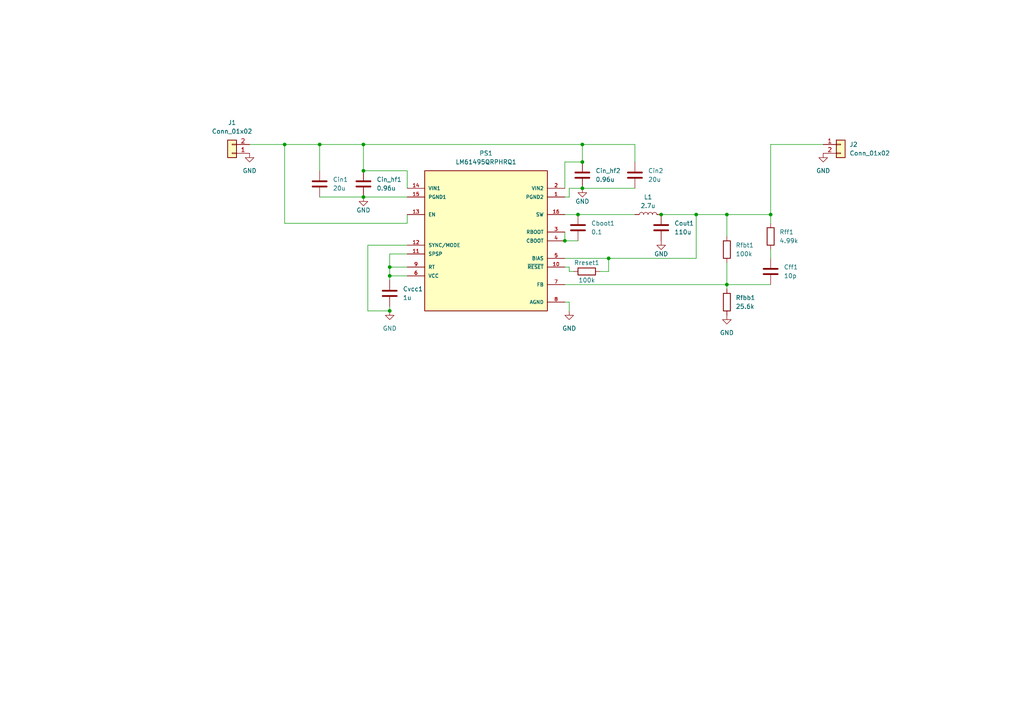
<source format=kicad_sch>
(kicad_sch (version 20230121) (generator eeschema)
  (paper "A4")
  (lib_symbols
    (symbol "Connector_Generic:Conn_01x02" (pin_names (offset 1.016) hide)
      (property "Reference" "J" (at 0 2.54 0))
      (property "Value" "Conn_01x02" (at 0 -5.08 0))
      (symbol "Conn_01x02_1_1"
        (rectangle (start -1.27 -2.413) (end 0 -2.667) (stroke (width 0.1524)))
        (rectangle (start -1.27 0.127) (end 0 -0.127) (stroke (width 0.1524)))
        (rectangle (start -1.27 1.27) (end 1.27 -3.81) (stroke (width 0.254)) (fill (type background)))
        (pin passive line (at -5.08 0 0) (length 3.81) (name "Pin_1") (number "1"))
        (pin passive line (at -5.08 -2.54 0) (length 3.81) (name "Pin_2") (number "2"))
      )
    )
    (symbol "Device:C" (pin_numbers hide) (pin_names (offset 0.254))
      (property "Reference" "C" (at 0.635 2.54 0))
      (property "Value" "C" (at 0.635 -2.54 0))
      (symbol "C_0_1"
        (polyline (pts (xy -2.032 -0.762) (xy 2.032 -0.762)) (stroke (width 0.508)))
        (polyline (pts (xy -2.032 0.762) (xy 2.032 0.762)) (stroke (width 0.508)))
      )
      (symbol "C_1_1"
        (pin passive line (at 0 3.81 270) (length 2.794) (name "~") (number "1"))
        (pin passive line (at 0 -3.81 90) (length 2.794) (name "~") (number "2"))
      )
    )
    (symbol "Device:L" (pin_numbers hide) (pin_names (offset 1.016) hide)
      (property "Reference" "L" (at -1.27 0 90))
      (property "Value" "L" (at 1.905 0 90))
      (symbol "L_0_1"
        (arc (start 0 -2.54) (mid 0.6323 -1.905) (end 0 -1.27))
        (arc (start 0 -1.27) (mid 0.6323 -0.635) (end 0 0))
        (arc (start 0 0) (mid 0.6323 0.635) (end 0 1.27))
        (arc (start 0 1.27) (mid 0.6323 1.905) (end 0 2.54))
      )
      (symbol "L_1_1"
        (pin passive line (at 0 3.81 270) (length 1.27) (name "1") (number "1"))
        (pin passive line (at 0 -3.81 90) (length 1.27) (name "2") (number "2"))
      )
    )
    (symbol "Device:R" (pin_numbers hide) (pin_names (offset 0))
      (property "Reference" "R" (at 2.032 0 90))
      (property "Value" "R" (at 0 0 90))
      (symbol "R_0_1"
        (rectangle (start -1.016 -2.54) (end 1.016 2.54) (stroke (width 0.254)))
      )
      (symbol "R_1_1"
        (pin passive line (at 0 3.81 270) (length 1.27) (name "~") (number "1"))
        (pin passive line (at 0 -3.81 90) (length 1.27) (name "~") (number "2"))
      )
    )
    (symbol "LM61495QRPHRQ1:LM61495QRPHRQ1" (pin_names (offset 1.016))
      (property "Reference" "PS1" (at 0 25.4 0))
      (property "Value" "LM61495QRPHRQ1" (at 0 22.86 0))
      (symbol "LM61495QRPHRQ1_0_0"
        (rectangle (start -17.78 20.32) (end 17.78 -20.32) (stroke (width 0.254)) (fill (type background)))
        (pin power_in line (at 22.86 12.7 180) (length 5.08) (name "PGND2") (number "1"))
        (pin output line (at 22.86 -7.62 180) (length 5.08) (name "~{RESET}") (number "10"))
        (pin input line (at -22.86 -3.81 0) (length 5.08) (name "SPSP") (number "11"))
        (pin input line (at -22.86 -1.27 0) (length 5.08) (name "SYNC/MODE") (number "12"))
        (pin input line (at -22.86 7.62 0) (length 5.08) (name "EN") (number "13"))
        (pin power_in line (at -22.86 15.24 0) (length 5.08) (name "VIN1") (number "14"))
        (pin power_in line (at -22.86 12.7 0) (length 5.08) (name "PGND1") (number "15"))
        (pin passive line (at 22.86 7.62 180) (length 5.08) (name "SW") (number "16"))
        (pin power_in line (at 22.86 15.24 180) (length 5.08) (name "VIN2") (number "2"))
        (pin passive line (at 22.86 2.54 180) (length 5.08) (name "RBOOT") (number "3"))
        (pin passive line (at 22.86 0 180) (length 5.08) (name "CBOOT") (number "4"))
        (pin passive line (at 22.86 -5.08 180) (length 5.08) (name "BIAS") (number "5"))
        (pin power_in line (at -22.86 -10.16 0) (length 5.08) (name "VCC") (number "6"))
        (pin input line (at 22.86 -12.7 180) (length 5.08) (name "FB") (number "7"))
        (pin power_in line (at 22.86 -17.78 180) (length 5.08) (name "AGND") (number "8"))
        (pin bidirectional line (at -22.86 -7.62 0) (length 5.08) (name "RT") (number "9"))
      )
    )
    (symbol "power:GND" (power) (pin_names (offset 0))
      (property "Value" "GND" (at 0 -3.81 0))
      (symbol "GND_0_1"
        (polyline (pts (xy 0 0) (xy 0 -1.27) (xy 1.27 -1.27) (xy 0 -2.54) (xy -1.27 -1.27) (xy 0 -1.27)))
      )
      (symbol "GND_1_1"
        (pin power_in line (at 0 0 270) (length 0) hide (name "GND") (number "1"))
      )
    )
  )
  (junction (at 210.82 62.23))
  (junction (at 105.41 57.15))
  (junction (at 168.91 41.91))
  (junction (at 113.03 90.17))
  (junction (at 113.03 80.01))
  (junction (at 82.55 41.91))
  (junction (at 191.77 62.23))
  (junction (at 210.82 82.55))
  (junction (at 168.91 54.61))
  (junction (at 105.41 41.91))
  (junction (at 176.53 74.93))
  (junction (at 168.91 46.99))
  (junction (at 223.52 62.23))
  (junction (at 113.03 77.47))
  (junction (at 201.93 62.23))
  (junction (at 105.41 49.53))
  (junction (at 167.64 62.23))
  (junction (at 92.71 41.91))
  (junction (at 163.83 69.85))
  (wire (pts (xy 113.03 77.47) (xy 113.03 80.01)))
  (wire (pts (xy 223.52 62.23) (xy 210.82 62.23)))
  (wire (pts (xy 105.41 57.15) (xy 118.11 57.15)))
  (wire (pts (xy 210.82 83.82) (xy 210.82 82.55)))
  (wire (pts (xy 168.91 54.61) (xy 184.15 54.61)))
  (wire (pts (xy 163.83 74.93) (xy 176.53 74.93)))
  (wire (pts (xy 223.52 72.39) (xy 223.52 74.93)))
  (wire (pts (xy 165.1 78.74) (xy 165.1 77.47)))
  (wire (pts (xy 113.03 80.01) (xy 118.11 80.01)))
  (wire (pts (xy 210.82 68.58) (xy 210.82 62.23)))
  (wire (pts (xy 165.1 57.15) (xy 163.83 57.15)))
  (wire (pts (xy 223.52 64.77) (xy 223.52 62.23)))
  (wire (pts (xy 201.93 74.93) (xy 201.93 62.23)))
  (wire (pts (xy 176.53 74.93) (xy 176.53 78.74)))
  (wire (pts (xy 223.52 82.55) (xy 210.82 82.55)))
  (wire (pts (xy 106.68 71.12) (xy 106.68 90.17)))
  (wire (pts (xy 176.53 74.93) (xy 201.93 74.93)))
  (wire (pts (xy 163.83 54.61) (xy 163.83 46.99)))
  (wire (pts (xy 118.11 73.66) (xy 113.03 73.66)))
  (wire (pts (xy 173.99 78.74) (xy 176.53 78.74)))
  (wire (pts (xy 163.83 82.55) (xy 210.82 82.55)))
  (wire (pts (xy 165.1 54.61) (xy 168.91 54.61)))
  (wire (pts (xy 163.83 67.31) (xy 163.83 69.85)))
  (wire (pts (xy 113.03 80.01) (xy 113.03 81.28)))
  (wire (pts (xy 165.1 90.17) (xy 165.1 87.63)))
  (wire (pts (xy 165.1 78.74) (xy 166.37 78.74)))
  (wire (pts (xy 163.83 62.23) (xy 167.64 62.23)))
  (wire (pts (xy 72.39 41.91) (xy 82.55 41.91)))
  (wire (pts (xy 92.71 57.15) (xy 105.41 57.15)))
  (wire (pts (xy 223.52 62.23) (xy 223.52 41.91)))
  (wire (pts (xy 113.03 73.66) (xy 113.03 77.47)))
  (wire (pts (xy 210.82 76.2) (xy 210.82 82.55)))
  (wire (pts (xy 184.15 41.91) (xy 184.15 46.99)))
  (wire (pts (xy 82.55 41.91) (xy 92.71 41.91)))
  (wire (pts (xy 165.1 54.61) (xy 165.1 57.15)))
  (wire (pts (xy 106.68 90.17) (xy 113.03 90.17)))
  (wire (pts (xy 105.41 41.91) (xy 168.91 41.91)))
  (wire (pts (xy 167.64 69.85) (xy 163.83 69.85)))
  (wire (pts (xy 168.91 41.91) (xy 168.91 46.99)))
  (wire (pts (xy 118.11 64.77) (xy 82.55 64.77)))
  (wire (pts (xy 118.11 71.12) (xy 106.68 71.12)))
  (wire (pts (xy 118.11 62.23) (xy 118.11 64.77)))
  (wire (pts (xy 163.83 46.99) (xy 168.91 46.99)))
  (wire (pts (xy 168.91 41.91) (xy 184.15 41.91)))
  (wire (pts (xy 165.1 87.63) (xy 163.83 87.63)))
  (wire (pts (xy 92.71 41.91) (xy 92.71 49.53)))
  (wire (pts (xy 113.03 77.47) (xy 118.11 77.47)))
  (wire (pts (xy 165.1 77.47) (xy 163.83 77.47)))
  (wire (pts (xy 223.52 41.91) (xy 238.76 41.91)))
  (wire (pts (xy 118.11 54.61) (xy 118.11 49.53)))
  (wire (pts (xy 118.11 49.53) (xy 105.41 49.53)))
  (wire (pts (xy 105.41 41.91) (xy 105.41 49.53)))
  (wire (pts (xy 210.82 62.23) (xy 201.93 62.23)))
  (wire (pts (xy 201.93 62.23) (xy 191.77 62.23)))
  (wire (pts (xy 113.03 90.17) (xy 113.03 88.9)))
  (wire (pts (xy 82.55 41.91) (xy 82.55 64.77)))
  (wire (pts (xy 167.64 62.23) (xy 184.15 62.23)))
  (wire (pts (xy 92.71 41.91) (xy 105.41 41.91)))
  (symbol (lib_id "Device:C") (at 223.52 78.74 0) (unit 1)
    (property "Reference" "Cff1" (at 227.33 77.47 0) (effects (justify left)))
    (property "Value" "10p" (at 227.33 80.01 0) (effects (justify left)))
  )
  (symbol (lib_id "Device:C") (at 184.15 50.8 0) (unit 1)
    (property "Reference" "Cin2" (at 187.96 49.53 0) (effects (justify left)))
    (property "Value" "20u" (at 187.96 52.07 0) (effects (justify left)))
  )
  (symbol (lib_id "Device:C") (at 167.64 66.04 0) (unit 1)
    (property "Reference" "Cboot1" (at 171.45 64.77 0) (effects (justify left)))
    (property "Value" "0.1" (at 171.45 67.31 0) (effects (justify left)))
  )
  (symbol (lib_id "power:GND") (at 238.76 44.45 0) (unit 1)
    (property "Reference" "#PWR08" (effects hide))
    (property "Value" "GND" (at 238.76 49.53 0))
  )
  (symbol (lib_id "Device:C") (at 191.77 66.04 0) (unit 1)
    (property "Reference" "Cout1" (at 195.58 64.77 0) (effects (justify left)))
    (property "Value" "110u" (at 195.58 67.31 0) (effects (justify left)))
  )
  (symbol (lib_id "power:GND") (at 210.82 91.44 0) (unit 1)
    (property "Reference" "#PWR07" (effects hide))
    (property "Value" "GND" (at 210.82 96.52 0))
  )
  (symbol (lib_id "power:GND") (at 113.03 90.17 0) (unit 1)
    (property "Reference" "#PWR03" (effects hide))
    (property "Value" "GND" (at 113.03 95.25 0))
  )
  (symbol (lib_id "Device:R") (at 170.18 78.74 270) (unit 1)
    (property "Reference" "Rreset1" (at 170.18 76.2 90))
    (property "Value" "100k" (at 170.18 81.28 90))
  )
  (symbol (lib_id "Device:C") (at 113.03 85.09 180) (unit 1)
    (property "Reference" "Cvcc1" (at 116.84 83.82 0) (effects (justify right)))
    (property "Value" "1u" (at 116.84 86.36 0) (effects (justify right)))
  )
  (symbol (lib_id "Device:L") (at 187.96 62.23 90) (unit 1)
    (property "Reference" "L1" (at 187.96 57.15 90))
    (property "Value" "2.7u" (at 187.96 59.69 90))
  )
  (symbol (lib_id "Device:R") (at 223.52 68.58 0) (unit 1)
    (property "Reference" "Rff1" (at 226.06 67.31 0) (effects (justify left)))
    (property "Value" "4.99k" (at 226.06 69.85 0) (effects (justify left)))
  )
  (symbol (lib_id "LM61495QRPHRQ1:LM61495QRPHRQ1") (at 140.97 69.85 0) (unit 1)
    (property "Reference" "PS1" (at 140.97 44.45 0))
    (property "Value" "LM61495QRPHRQ1" (at 140.97 46.99 0))
    (property "Footprint" "LM61495QRPHRQ1:CONV_LM61495QRPHRQ1" (effects hide))
    (property "MF" "Texas Instruments" (effects hide))
    (property "MAXIMUM_PACKAGE_HEIGHT" "1 mm" (effects hide))
    (property "Package" "PowerVFQFN-16 Texas Instruments" (effects hide))
    (property "Price" "None" (effects hide))
    (property "Check_prices" "https://www.snapeda.com/parts/LM61495QRPHRQ1/Texas+Instruments/view-part/?ref=eda" (effects hide))
    (property "STANDARD" "Manufacturer Recommendations" (effects hide))
    (property "PARTREV" "08/2018" (effects hide))
    (property "SnapEDA_Link" "https://www.snapeda.com/parts/LM61495QRPHRQ1/Texas+Instruments/view-part/?ref=snap" (effects hide))
    (property "MP" "LM61495QRPHRQ1" (effects hide))
    (property "Purchase-URL" "https://www.snapeda.com/api/url_track_click_mouser/?unipart_id=5822816&manufacturer=Texas Instruments&part_name=LM61495QRPHRQ1&search_term=None" (effects hide))
    (property "Description" "\n10-A automotive buck converter optimized for power density and low EMI\n" (effects hide))
    (property "SNAPEDA_PN" "LM61495QRPHRQ1" (effects hide))
    (property "Availability" "In Stock" (effects hide))
    (property "MANUFACTURER" "Texas Instruments" (effects hide))
  )
  (symbol (lib_id "power:GND") (at 168.91 54.61 0) (unit 1)
    (property "Reference" "#PWR05" (effects hide))
    (property "Value" "GND" (at 168.91 58.42 0))
  )
  (symbol (lib_id "power:GND") (at 105.41 57.15 0) (unit 1)
    (property "Reference" "#PWR02" (effects hide))
    (property "Value" "GND" (at 105.41 60.96 0))
  )
  (symbol (lib_id "Device:R") (at 210.82 72.39 0) (unit 1)
    (property "Reference" "Rfbt1" (at 213.36 71.12 0) (effects (justify left)))
    (property "Value" "100k" (at 213.36 73.66 0) (effects (justify left)))
  )
  (symbol (lib_id "Connector_Generic:Conn_01x02") (at 67.31 44.45 180) (unit 1)
    (property "Reference" "J1" (at 67.31 35.56 0))
    (property "Value" "Conn_01x02" (at 67.31 38.1 0))
  )
  (symbol (lib_id "Device:R") (at 210.82 87.63 0) (unit 1)
    (property "Reference" "Rfbb1" (at 213.36 86.36 0) (effects (justify left)))
    (property "Value" "25.6k" (at 213.36 88.9 0) (effects (justify left)))
  )
  (symbol (lib_id "Device:C") (at 168.91 50.8 0) (unit 1)
    (property "Reference" "Cin_hf2" (at 172.72 49.53 0) (effects (justify left)))
    (property "Value" "0.96u" (at 172.72 52.07 0) (effects (justify left)))
  )
  (symbol (lib_id "power:GND") (at 165.1 90.17 0) (unit 1)
    (property "Reference" "#PWR04" (effects hide))
    (property "Value" "GND" (at 165.1 95.25 0))
  )
  (symbol (lib_id "Device:C") (at 92.71 53.34 0) (unit 1)
    (property "Reference" "Cin1" (at 96.52 52.07 0) (effects (justify left)))
    (property "Value" "20u" (at 96.52 54.61 0) (effects (justify left)))
  )
  (symbol (lib_id "Connector_Generic:Conn_01x02") (at 243.84 41.91 0) (unit 1)
    (property "Reference" "J2" (at 246.38 41.91 0) (effects (justify left)))
    (property "Value" "Conn_01x02" (at 246.38 44.45 0) (effects (justify left)))
  )
  (symbol (lib_id "Device:C") (at 105.41 53.34 0) (unit 1)
    (property "Reference" "Cin_hf1" (at 109.22 52.07 0) (effects (justify left)))
    (property "Value" "0.96u" (at 109.22 54.61 0) (effects (justify left)))
  )
  (symbol (lib_id "power:GND") (at 191.77 69.85 0) (unit 1)
    (property "Reference" "#PWR06" (effects hide))
    (property "Value" "GND" (at 191.77 73.66 0))
  )
  (symbol (lib_id "power:GND") (at 72.39 44.45 0) (unit 1)
    (property "Reference" "#PWR01" (effects hide))
    (property "Value" "GND" (at 72.39 49.53 0))
  )
)
</source>
